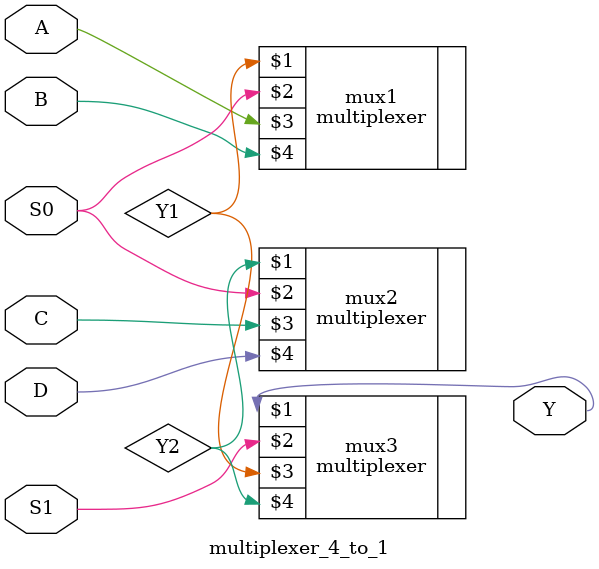
<source format=v>
module multiplexer_4_to_1 (
    Y,S0,S1,A,B,C,D
);
    input S0,S1,A,B,C,D;
    output Y;

    wire Y1,Y2;
    multiplexer mux1 (Y1,S0,A,B);
    multiplexer mux2 (Y2,S0,C,D);
    multiplexer mux3 (Y,S1,Y1,Y2);

endmodule
</source>
